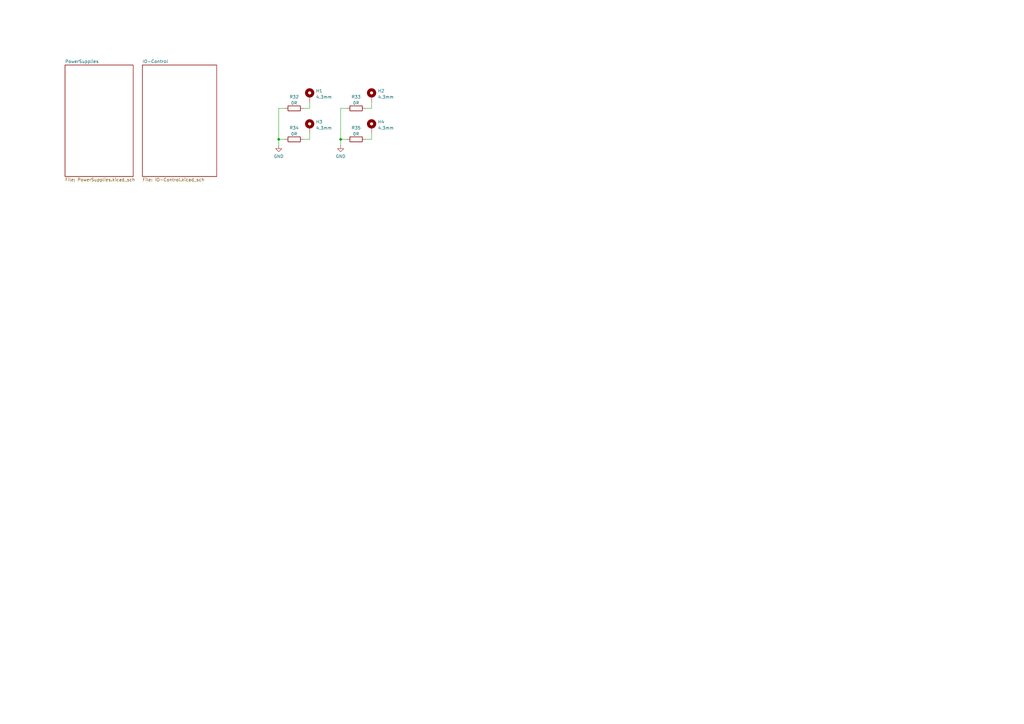
<source format=kicad_sch>
(kicad_sch (version 20211123) (generator eeschema)

  (uuid b98a5aa1-94e3-4001-b66b-9a304ea9a367)

  (paper "A3")

  (title_block
    (title "Sunrise Lamp LED driver")
    (date "2022-10-30")
    (rev "Mk1")
    (company "B E Searle")
    (comment 1 "Top page")
  )

  (lib_symbols
    (symbol "Device:R" (pin_numbers hide) (pin_names (offset 0)) (in_bom yes) (on_board yes)
      (property "Reference" "R" (id 0) (at 2.032 0 90)
        (effects (font (size 1.27 1.27)))
      )
      (property "Value" "R" (id 1) (at 0 0 90)
        (effects (font (size 1.27 1.27)))
      )
      (property "Footprint" "" (id 2) (at -1.778 0 90)
        (effects (font (size 1.27 1.27)) hide)
      )
      (property "Datasheet" "~" (id 3) (at 0 0 0)
        (effects (font (size 1.27 1.27)) hide)
      )
      (property "ki_keywords" "R res resistor" (id 4) (at 0 0 0)
        (effects (font (size 1.27 1.27)) hide)
      )
      (property "ki_description" "Resistor" (id 5) (at 0 0 0)
        (effects (font (size 1.27 1.27)) hide)
      )
      (property "ki_fp_filters" "R_*" (id 6) (at 0 0 0)
        (effects (font (size 1.27 1.27)) hide)
      )
      (symbol "R_0_1"
        (rectangle (start -1.016 -2.54) (end 1.016 2.54)
          (stroke (width 0.254) (type default) (color 0 0 0 0))
          (fill (type none))
        )
      )
      (symbol "R_1_1"
        (pin passive line (at 0 3.81 270) (length 1.27)
          (name "~" (effects (font (size 1.27 1.27))))
          (number "1" (effects (font (size 1.27 1.27))))
        )
        (pin passive line (at 0 -3.81 90) (length 1.27)
          (name "~" (effects (font (size 1.27 1.27))))
          (number "2" (effects (font (size 1.27 1.27))))
        )
      )
    )
    (symbol "Mechanical:MountingHole_Pad" (pin_numbers hide) (pin_names (offset 1.016) hide) (in_bom yes) (on_board yes)
      (property "Reference" "H" (id 0) (at 0 6.35 0)
        (effects (font (size 1.27 1.27)))
      )
      (property "Value" "MountingHole_Pad" (id 1) (at 0 4.445 0)
        (effects (font (size 1.27 1.27)))
      )
      (property "Footprint" "" (id 2) (at 0 0 0)
        (effects (font (size 1.27 1.27)) hide)
      )
      (property "Datasheet" "~" (id 3) (at 0 0 0)
        (effects (font (size 1.27 1.27)) hide)
      )
      (property "ki_keywords" "mounting hole" (id 4) (at 0 0 0)
        (effects (font (size 1.27 1.27)) hide)
      )
      (property "ki_description" "Mounting Hole with connection" (id 5) (at 0 0 0)
        (effects (font (size 1.27 1.27)) hide)
      )
      (property "ki_fp_filters" "MountingHole*Pad*" (id 6) (at 0 0 0)
        (effects (font (size 1.27 1.27)) hide)
      )
      (symbol "MountingHole_Pad_0_1"
        (circle (center 0 1.27) (radius 1.27)
          (stroke (width 1.27) (type default) (color 0 0 0 0))
          (fill (type none))
        )
      )
      (symbol "MountingHole_Pad_1_1"
        (pin input line (at 0 -2.54 90) (length 2.54)
          (name "1" (effects (font (size 1.27 1.27))))
          (number "1" (effects (font (size 1.27 1.27))))
        )
      )
    )
    (symbol "power:GND" (power) (pin_names (offset 0)) (in_bom yes) (on_board yes)
      (property "Reference" "#PWR" (id 0) (at 0 -6.35 0)
        (effects (font (size 1.27 1.27)) hide)
      )
      (property "Value" "GND" (id 1) (at 0 -3.81 0)
        (effects (font (size 1.27 1.27)))
      )
      (property "Footprint" "" (id 2) (at 0 0 0)
        (effects (font (size 1.27 1.27)) hide)
      )
      (property "Datasheet" "" (id 3) (at 0 0 0)
        (effects (font (size 1.27 1.27)) hide)
      )
      (property "ki_keywords" "power-flag" (id 4) (at 0 0 0)
        (effects (font (size 1.27 1.27)) hide)
      )
      (property "ki_description" "Power symbol creates a global label with name \"GND\" , ground" (id 5) (at 0 0 0)
        (effects (font (size 1.27 1.27)) hide)
      )
      (symbol "GND_0_1"
        (polyline
          (pts
            (xy 0 0)
            (xy 0 -1.27)
            (xy 1.27 -1.27)
            (xy 0 -2.54)
            (xy -1.27 -1.27)
            (xy 0 -1.27)
          )
          (stroke (width 0) (type default) (color 0 0 0 0))
          (fill (type none))
        )
      )
      (symbol "GND_1_1"
        (pin power_in line (at 0 0 270) (length 0) hide
          (name "GND" (effects (font (size 1.27 1.27))))
          (number "1" (effects (font (size 1.27 1.27))))
        )
      )
    )
  )

  (junction (at 139.7 57.15) (diameter 0) (color 0 0 0 0)
    (uuid 90bf0ded-0a4f-45d1-b1e9-b550dd84051b)
  )
  (junction (at 114.3 57.15) (diameter 0) (color 0 0 0 0)
    (uuid e8f33a76-3c61-43f3-86df-9e3e888568e7)
  )

  (wire (pts (xy 127 44.45) (xy 124.46 44.45))
    (stroke (width 0) (type default) (color 0 0 0 0))
    (uuid 163b4f02-ce0e-491d-9e96-bb78a94d495b)
  )
  (wire (pts (xy 152.4 41.91) (xy 152.4 44.45))
    (stroke (width 0) (type default) (color 0 0 0 0))
    (uuid 2a84eef5-ef73-4c67-b97f-69c8cc05a448)
  )
  (wire (pts (xy 116.84 44.45) (xy 114.3 44.45))
    (stroke (width 0) (type default) (color 0 0 0 0))
    (uuid 4bf40757-215c-4154-97f6-13b92aafb51c)
  )
  (wire (pts (xy 127 54.61) (xy 127 57.15))
    (stroke (width 0) (type default) (color 0 0 0 0))
    (uuid 5d0a1142-2a49-4258-b191-bd3483b00a21)
  )
  (wire (pts (xy 139.7 44.45) (xy 139.7 57.15))
    (stroke (width 0) (type default) (color 0 0 0 0))
    (uuid 653ec85e-4004-415a-bafc-eda332142f15)
  )
  (wire (pts (xy 114.3 57.15) (xy 116.84 57.15))
    (stroke (width 0) (type default) (color 0 0 0 0))
    (uuid 684dffd4-436e-4d70-89d0-d5f8d3257a25)
  )
  (wire (pts (xy 127 57.15) (xy 124.46 57.15))
    (stroke (width 0) (type default) (color 0 0 0 0))
    (uuid 7838ec13-a1dc-4ebb-8a90-aada206acddb)
  )
  (wire (pts (xy 152.4 54.61) (xy 152.4 57.15))
    (stroke (width 0) (type default) (color 0 0 0 0))
    (uuid 7b2e200b-8c9a-409c-929d-fbc193f9f14a)
  )
  (wire (pts (xy 152.4 44.45) (xy 149.86 44.45))
    (stroke (width 0) (type default) (color 0 0 0 0))
    (uuid 90336976-175f-4c2b-9177-d4fcff97337f)
  )
  (wire (pts (xy 142.24 44.45) (xy 139.7 44.45))
    (stroke (width 0) (type default) (color 0 0 0 0))
    (uuid 91e75bee-e6f2-4e3b-bc45-485bfbc862ef)
  )
  (wire (pts (xy 152.4 57.15) (xy 149.86 57.15))
    (stroke (width 0) (type default) (color 0 0 0 0))
    (uuid a8df6d7b-4210-4d42-80e6-7e62aec9370e)
  )
  (wire (pts (xy 139.7 57.15) (xy 142.24 57.15))
    (stroke (width 0) (type default) (color 0 0 0 0))
    (uuid cee47086-699f-4d9e-921e-e076e47b9372)
  )
  (wire (pts (xy 114.3 57.15) (xy 114.3 59.69))
    (stroke (width 0) (type default) (color 0 0 0 0))
    (uuid d58e6512-d578-4428-b933-49971213aafb)
  )
  (wire (pts (xy 127 41.91) (xy 127 44.45))
    (stroke (width 0) (type default) (color 0 0 0 0))
    (uuid e340b0ec-6703-4de7-b640-60a71d5649cd)
  )
  (wire (pts (xy 139.7 57.15) (xy 139.7 59.69))
    (stroke (width 0) (type default) (color 0 0 0 0))
    (uuid e73c5c4e-46b5-45c6-a451-268d4e231d4b)
  )
  (wire (pts (xy 114.3 44.45) (xy 114.3 57.15))
    (stroke (width 0) (type default) (color 0 0 0 0))
    (uuid fd1953ec-65e6-420d-ab5c-9d7fa82aab97)
  )

  (symbol (lib_id "power:GND") (at 139.7 59.69 0) (unit 1)
    (in_bom yes) (on_board yes) (fields_autoplaced)
    (uuid 13f668c9-d418-463b-96c8-5b981db2320d)
    (property "Reference" "#PWR050" (id 0) (at 139.7 66.04 0)
      (effects (font (size 1.27 1.27)) hide)
    )
    (property "Value" "GND" (id 1) (at 139.7 64.1334 0))
    (property "Footprint" "" (id 2) (at 139.7 59.69 0)
      (effects (font (size 1.27 1.27)) hide)
    )
    (property "Datasheet" "" (id 3) (at 139.7 59.69 0)
      (effects (font (size 1.27 1.27)) hide)
    )
    (pin "1" (uuid 0555c0d2-a2c7-41c9-9cc3-4e157702f013))
  )

  (symbol (lib_id "Device:R") (at 146.05 57.15 90) (unit 1)
    (in_bom yes) (on_board yes) (fields_autoplaced)
    (uuid 18f33c15-2d89-4304-9c8f-98c3582bdb83)
    (property "Reference" "R35" (id 0) (at 146.05 52.4342 90))
    (property "Value" "0R" (id 1) (at 146.05 54.9711 90))
    (property "Footprint" "Resistor_SMD:R_0805_2012Metric_Pad1.20x1.40mm_HandSolder" (id 2) (at 146.05 58.928 90)
      (effects (font (size 1.27 1.27)) hide)
    )
    (property "Datasheet" "~" (id 3) (at 146.05 57.15 0)
      (effects (font (size 1.27 1.27)) hide)
    )
    (pin "1" (uuid 8dae7557-8452-4051-b181-047b82396f91))
    (pin "2" (uuid 91afc1bb-fff5-4a41-a20a-11e52b52ab07))
  )

  (symbol (lib_id "Device:R") (at 120.65 57.15 90) (unit 1)
    (in_bom yes) (on_board yes) (fields_autoplaced)
    (uuid 4288864c-95f9-4060-ba3d-a43ed8f9bc55)
    (property "Reference" "R34" (id 0) (at 120.65 52.4342 90))
    (property "Value" "0R" (id 1) (at 120.65 54.9711 90))
    (property "Footprint" "Resistor_SMD:R_0805_2012Metric_Pad1.20x1.40mm_HandSolder" (id 2) (at 120.65 58.928 90)
      (effects (font (size 1.27 1.27)) hide)
    )
    (property "Datasheet" "~" (id 3) (at 120.65 57.15 0)
      (effects (font (size 1.27 1.27)) hide)
    )
    (pin "1" (uuid bbbee08a-face-44f9-8067-ea4352ae3ac7))
    (pin "2" (uuid 28812fda-e63a-4d05-8523-c525b1073492))
  )

  (symbol (lib_id "Device:R") (at 146.05 44.45 90) (unit 1)
    (in_bom yes) (on_board yes) (fields_autoplaced)
    (uuid 58a223ac-1dd4-46cf-a57f-114fdc5994a2)
    (property "Reference" "R33" (id 0) (at 146.05 39.7342 90))
    (property "Value" "0R" (id 1) (at 146.05 42.2711 90))
    (property "Footprint" "Resistor_SMD:R_0805_2012Metric_Pad1.20x1.40mm_HandSolder" (id 2) (at 146.05 46.228 90)
      (effects (font (size 1.27 1.27)) hide)
    )
    (property "Datasheet" "~" (id 3) (at 146.05 44.45 0)
      (effects (font (size 1.27 1.27)) hide)
    )
    (pin "1" (uuid 990ef446-8a1d-4c1f-b112-ebf09706cc51))
    (pin "2" (uuid 86485391-7129-427d-9413-ae6407a731ce))
  )

  (symbol (lib_id "Mechanical:MountingHole_Pad") (at 127 39.37 0) (unit 1)
    (in_bom yes) (on_board yes) (fields_autoplaced)
    (uuid 747a6a4c-4641-4b0c-9c0e-f5fe21c8d40b)
    (property "Reference" "H1" (id 0) (at 129.54 37.2653 0)
      (effects (font (size 1.27 1.27)) (justify left))
    )
    (property "Value" "4.3mm" (id 1) (at 129.54 39.8022 0)
      (effects (font (size 1.27 1.27)) (justify left))
    )
    (property "Footprint" "MountingHole:MountingHole_4.3mm_M4_DIN965_Pad_TopBottom" (id 2) (at 127 39.37 0)
      (effects (font (size 1.27 1.27)) hide)
    )
    (property "Datasheet" "~" (id 3) (at 127 39.37 0)
      (effects (font (size 1.27 1.27)) hide)
    )
    (pin "1" (uuid e5652988-4db7-41d4-a1b5-418952396cad))
  )

  (symbol (lib_id "Mechanical:MountingHole_Pad") (at 152.4 39.37 0) (unit 1)
    (in_bom yes) (on_board yes) (fields_autoplaced)
    (uuid 7f95c579-d237-4fa1-8a9e-ba68db08071f)
    (property "Reference" "H2" (id 0) (at 154.94 37.2653 0)
      (effects (font (size 1.27 1.27)) (justify left))
    )
    (property "Value" "4.3mm" (id 1) (at 154.94 39.8022 0)
      (effects (font (size 1.27 1.27)) (justify left))
    )
    (property "Footprint" "MountingHole:MountingHole_4.3mm_M4_DIN965_Pad_TopBottom" (id 2) (at 152.4 39.37 0)
      (effects (font (size 1.27 1.27)) hide)
    )
    (property "Datasheet" "~" (id 3) (at 152.4 39.37 0)
      (effects (font (size 1.27 1.27)) hide)
    )
    (pin "1" (uuid 127cf2fa-1812-461a-a187-dfb7e967cba1))
  )

  (symbol (lib_id "power:GND") (at 114.3 59.69 0) (unit 1)
    (in_bom yes) (on_board yes) (fields_autoplaced)
    (uuid 8b8b239c-fac6-4609-aed2-03f7635b421f)
    (property "Reference" "#PWR049" (id 0) (at 114.3 66.04 0)
      (effects (font (size 1.27 1.27)) hide)
    )
    (property "Value" "GND" (id 1) (at 114.3 64.1334 0))
    (property "Footprint" "" (id 2) (at 114.3 59.69 0)
      (effects (font (size 1.27 1.27)) hide)
    )
    (property "Datasheet" "" (id 3) (at 114.3 59.69 0)
      (effects (font (size 1.27 1.27)) hide)
    )
    (pin "1" (uuid 8f64c385-bb9a-4fa5-8de4-2aef346c27bd))
  )

  (symbol (lib_id "Mechanical:MountingHole_Pad") (at 127 52.07 0) (unit 1)
    (in_bom yes) (on_board yes) (fields_autoplaced)
    (uuid a4df01e5-0b1d-453f-be97-b17ad57cec52)
    (property "Reference" "H3" (id 0) (at 129.54 49.9653 0)
      (effects (font (size 1.27 1.27)) (justify left))
    )
    (property "Value" "4.3mm" (id 1) (at 129.54 52.5022 0)
      (effects (font (size 1.27 1.27)) (justify left))
    )
    (property "Footprint" "MountingHole:MountingHole_4.3mm_M4_DIN965_Pad_TopBottom" (id 2) (at 127 52.07 0)
      (effects (font (size 1.27 1.27)) hide)
    )
    (property "Datasheet" "~" (id 3) (at 127 52.07 0)
      (effects (font (size 1.27 1.27)) hide)
    )
    (pin "1" (uuid 54c02c6e-08e9-4cac-8782-2fc19970f7f1))
  )

  (symbol (lib_id "Mechanical:MountingHole_Pad") (at 152.4 52.07 0) (unit 1)
    (in_bom yes) (on_board yes) (fields_autoplaced)
    (uuid b7f5cc50-1a61-4713-873e-251ce2f1c6c0)
    (property "Reference" "H4" (id 0) (at 154.94 49.9653 0)
      (effects (font (size 1.27 1.27)) (justify left))
    )
    (property "Value" "4.3mm" (id 1) (at 154.94 52.5022 0)
      (effects (font (size 1.27 1.27)) (justify left))
    )
    (property "Footprint" "MountingHole:MountingHole_4.3mm_M4_DIN965_Pad_TopBottom" (id 2) (at 152.4 52.07 0)
      (effects (font (size 1.27 1.27)) hide)
    )
    (property "Datasheet" "~" (id 3) (at 152.4 52.07 0)
      (effects (font (size 1.27 1.27)) hide)
    )
    (pin "1" (uuid 8a3d1023-75ff-448f-a376-eb243d587394))
  )

  (symbol (lib_id "Device:R") (at 120.65 44.45 90) (unit 1)
    (in_bom yes) (on_board yes) (fields_autoplaced)
    (uuid d8e58d68-d937-4310-a69c-8cb494e93616)
    (property "Reference" "R32" (id 0) (at 120.65 39.7342 90))
    (property "Value" "0R" (id 1) (at 120.65 42.2711 90))
    (property "Footprint" "Resistor_SMD:R_0805_2012Metric_Pad1.20x1.40mm_HandSolder" (id 2) (at 120.65 46.228 90)
      (effects (font (size 1.27 1.27)) hide)
    )
    (property "Datasheet" "~" (id 3) (at 120.65 44.45 0)
      (effects (font (size 1.27 1.27)) hide)
    )
    (pin "1" (uuid 5f288793-c60e-49a2-b9e2-28022d85963a))
    (pin "2" (uuid 96e4d00b-b508-443b-8852-96ec6d97795d))
  )

  (sheet (at 26.67 26.67) (size 27.94 45.72) (fields_autoplaced)
    (stroke (width 0.1524) (type solid) (color 0 0 0 0))
    (fill (color 0 0 0 0.0000))
    (uuid 7af2029e-2b92-4284-9c35-cc656514173c)
    (property "Sheet name" "PowerSupplies" (id 0) (at 26.67 25.9584 0)
      (effects (font (size 1.27 1.27)) (justify left bottom))
    )
    (property "Sheet file" "PowerSupplies.kicad_sch" (id 1) (at 26.67 72.9746 0)
      (effects (font (size 1.27 1.27)) (justify left top))
    )
  )

  (sheet (at 58.42 26.67) (size 30.48 45.72) (fields_autoplaced)
    (stroke (width 0.1524) (type solid) (color 0 0 0 0))
    (fill (color 0 0 0 0.0000))
    (uuid e03b0f56-1755-48ae-848f-a899b33ab61d)
    (property "Sheet name" "IO-Control" (id 0) (at 58.42 25.9584 0)
      (effects (font (size 1.27 1.27)) (justify left bottom))
    )
    (property "Sheet file" "IO-Control.kicad_sch" (id 1) (at 58.42 72.9746 0)
      (effects (font (size 1.27 1.27)) (justify left top))
    )
  )

  (sheet_instances
    (path "/" (page "1"))
    (path "/7af2029e-2b92-4284-9c35-cc656514173c" (page "2"))
    (path "/e03b0f56-1755-48ae-848f-a899b33ab61d" (page "3"))
  )

  (symbol_instances
    (path "/7af2029e-2b92-4284-9c35-cc656514173c/d3fc8ebc-ddea-49d9-98bf-118a78b7bdfa"
      (reference "#FLG0101") (unit 1) (value "PWR_FLAG") (footprint "")
    )
    (path "/7af2029e-2b92-4284-9c35-cc656514173c/036e36b7-b3b2-4901-b013-b40858f0e6fd"
      (reference "#FLG0102") (unit 1) (value "PWR_FLAG") (footprint "")
    )
    (path "/7af2029e-2b92-4284-9c35-cc656514173c/3d077724-8e04-484e-aa89-9824117d4cf6"
      (reference "#FLG0104") (unit 1) (value "PWR_FLAG") (footprint "")
    )
    (path "/7af2029e-2b92-4284-9c35-cc656514173c/61f44d10-779b-499d-85ea-09513d77238f"
      (reference "#FLG0105") (unit 1) (value "PWR_FLAG") (footprint "")
    )
    (path "/7af2029e-2b92-4284-9c35-cc656514173c/0dcaf1ec-961f-4ded-9faa-b6fe2f733602"
      (reference "#PWR01") (unit 1) (value "+36V") (footprint "")
    )
    (path "/7af2029e-2b92-4284-9c35-cc656514173c/569b6fe6-7b1d-4668-9f0d-f7fef44a443e"
      (reference "#PWR02") (unit 1) (value "+36V") (footprint "")
    )
    (path "/7af2029e-2b92-4284-9c35-cc656514173c/2ac24e4c-3f62-43e3-b971-0a3a22eb0419"
      (reference "#PWR03") (unit 1) (value "GND") (footprint "")
    )
    (path "/7af2029e-2b92-4284-9c35-cc656514173c/e1062bb1-aa52-4daf-89d6-1efa1745cd76"
      (reference "#PWR04") (unit 1) (value "GND") (footprint "")
    )
    (path "/7af2029e-2b92-4284-9c35-cc656514173c/4c90ebe5-93b6-420b-b1dc-c12cc22d9032"
      (reference "#PWR05") (unit 1) (value "+36V") (footprint "")
    )
    (path "/7af2029e-2b92-4284-9c35-cc656514173c/5841138f-45b5-44f1-8a37-3c7876e2034c"
      (reference "#PWR06") (unit 1) (value "+12V") (footprint "")
    )
    (path "/7af2029e-2b92-4284-9c35-cc656514173c/8d4d912b-2e76-4f40-bfb3-722aac4f0cfd"
      (reference "#PWR07") (unit 1) (value "GND") (footprint "")
    )
    (path "/7af2029e-2b92-4284-9c35-cc656514173c/ae7e2080-69d2-4319-8a1e-191dd560f7c4"
      (reference "#PWR08") (unit 1) (value "+36V") (footprint "")
    )
    (path "/7af2029e-2b92-4284-9c35-cc656514173c/ffd3e603-745e-42af-959a-7e50314e66ea"
      (reference "#PWR09") (unit 1) (value "GND") (footprint "")
    )
    (path "/7af2029e-2b92-4284-9c35-cc656514173c/4ee90e5b-e384-48c4-ac78-a19a749a8e27"
      (reference "#PWR010") (unit 1) (value "GND") (footprint "")
    )
    (path "/7af2029e-2b92-4284-9c35-cc656514173c/cde37a39-f15e-4ad1-a32a-6193784bcd5a"
      (reference "#PWR011") (unit 1) (value "GND") (footprint "")
    )
    (path "/7af2029e-2b92-4284-9c35-cc656514173c/cae9f394-d509-45ad-a165-834d63dce8b7"
      (reference "#PWR012") (unit 1) (value "+12V") (footprint "")
    )
    (path "/7af2029e-2b92-4284-9c35-cc656514173c/0e4149d8-42d0-4fbe-adbe-eafc31ac8a00"
      (reference "#PWR013") (unit 1) (value "+36V") (footprint "")
    )
    (path "/7af2029e-2b92-4284-9c35-cc656514173c/733d4d89-5863-430a-b3f1-0087b8016f4e"
      (reference "#PWR014") (unit 1) (value "+5V") (footprint "")
    )
    (path "/7af2029e-2b92-4284-9c35-cc656514173c/b34c095e-0a33-4dc4-a957-421ea1d68830"
      (reference "#PWR015") (unit 1) (value "GND") (footprint "")
    )
    (path "/7af2029e-2b92-4284-9c35-cc656514173c/a7efef89-bd23-4d40-8d32-7eb4c36326e3"
      (reference "#PWR016") (unit 1) (value "GND") (footprint "")
    )
    (path "/7af2029e-2b92-4284-9c35-cc656514173c/9841c2b9-2c46-41fc-8c24-122fa5d20f4a"
      (reference "#PWR017") (unit 1) (value "GND") (footprint "")
    )
    (path "/7af2029e-2b92-4284-9c35-cc656514173c/2f8f2fb7-7777-4365-9a17-b26761313dc5"
      (reference "#PWR018") (unit 1) (value "GND") (footprint "")
    )
    (path "/7af2029e-2b92-4284-9c35-cc656514173c/c3ef611d-38a4-4807-83cc-acae9ccdcc9b"
      (reference "#PWR019") (unit 1) (value "GND") (footprint "")
    )
    (path "/7af2029e-2b92-4284-9c35-cc656514173c/c58e8a3b-4e09-43b3-ae37-a0babce2fdd4"
      (reference "#PWR020") (unit 1) (value "+5V") (footprint "")
    )
    (path "/7af2029e-2b92-4284-9c35-cc656514173c/be2d597d-89ce-40f4-9140-a947d371c7bd"
      (reference "#PWR021") (unit 1) (value "+3V3") (footprint "")
    )
    (path "/7af2029e-2b92-4284-9c35-cc656514173c/e8c494c7-5b04-4d94-ad62-e44760451dcd"
      (reference "#PWR022") (unit 1) (value "GND") (footprint "")
    )
    (path "/7af2029e-2b92-4284-9c35-cc656514173c/6b865391-42f9-495b-ab77-3a0b5f3e12ad"
      (reference "#PWR023") (unit 1) (value "+36V") (footprint "")
    )
    (path "/e03b0f56-1755-48ae-848f-a899b33ab61d/57d8cc79-cf18-4d5a-bc87-7a45d0cac6b3"
      (reference "#PWR024") (unit 1) (value "+5V") (footprint "")
    )
    (path "/e03b0f56-1755-48ae-848f-a899b33ab61d/af281593-7a3d-4a4e-a7d8-76970ec0fa03"
      (reference "#PWR025") (unit 1) (value "GND") (footprint "")
    )
    (path "/e03b0f56-1755-48ae-848f-a899b33ab61d/4e5be6ef-fa7c-47f5-a641-4a07fd38793d"
      (reference "#PWR026") (unit 1) (value "+3V3") (footprint "")
    )
    (path "/e03b0f56-1755-48ae-848f-a899b33ab61d/b6642143-74eb-443e-9bce-b9ad9b2f99a5"
      (reference "#PWR027") (unit 1) (value "+3V3") (footprint "")
    )
    (path "/e03b0f56-1755-48ae-848f-a899b33ab61d/cb82d10c-44cc-48b9-b88e-28c1d88c4906"
      (reference "#PWR028") (unit 1) (value "GND") (footprint "")
    )
    (path "/e03b0f56-1755-48ae-848f-a899b33ab61d/82d5ba15-5580-4e95-80c9-f5c47fedf3d5"
      (reference "#PWR029") (unit 1) (value "GND") (footprint "")
    )
    (path "/e03b0f56-1755-48ae-848f-a899b33ab61d/bea7e762-8e02-4308-8632-b5aae464fbe4"
      (reference "#PWR030") (unit 1) (value "+3V3") (footprint "")
    )
    (path "/e03b0f56-1755-48ae-848f-a899b33ab61d/988d2ac8-3b3e-4ab0-b6b1-441892025546"
      (reference "#PWR031") (unit 1) (value "GND") (footprint "")
    )
    (path "/e03b0f56-1755-48ae-848f-a899b33ab61d/327ed664-c85e-4506-a514-446c945746b7"
      (reference "#PWR032") (unit 1) (value "+3V3") (footprint "")
    )
    (path "/e03b0f56-1755-48ae-848f-a899b33ab61d/c7a96c1a-8657-4486-ad68-c5ba9977a9ba"
      (reference "#PWR033") (unit 1) (value "GND") (footprint "")
    )
    (path "/e03b0f56-1755-48ae-848f-a899b33ab61d/bff56bfe-be06-476e-8800-885529287f71"
      (reference "#PWR034") (unit 1) (value "GND") (footprint "")
    )
    (path "/e03b0f56-1755-48ae-848f-a899b33ab61d/318c8c4e-52b1-459e-a51b-015855650c6d"
      (reference "#PWR035") (unit 1) (value "+3V3") (footprint "")
    )
    (path "/e03b0f56-1755-48ae-848f-a899b33ab61d/8e304e8a-fcf5-4588-b317-523f2265faea"
      (reference "#PWR036") (unit 1) (value "GND") (footprint "")
    )
    (path "/e03b0f56-1755-48ae-848f-a899b33ab61d/cf17ebe9-c2e6-40d4-9f90-bac1f12ad709"
      (reference "#PWR037") (unit 1) (value "GND") (footprint "")
    )
    (path "/e03b0f56-1755-48ae-848f-a899b33ab61d/498fd029-ca17-43e5-9f70-8406e87d3160"
      (reference "#PWR038") (unit 1) (value "GND") (footprint "")
    )
    (path "/e03b0f56-1755-48ae-848f-a899b33ab61d/e58e2829-a416-43eb-849c-6992cd49204e"
      (reference "#PWR039") (unit 1) (value "+3V3") (footprint "")
    )
    (path "/e03b0f56-1755-48ae-848f-a899b33ab61d/7e3ea859-d772-457f-bae7-644737470f96"
      (reference "#PWR040") (unit 1) (value "+5V") (footprint "")
    )
    (path "/e03b0f56-1755-48ae-848f-a899b33ab61d/35fac25e-1090-46ef-9d35-687c6bb1040d"
      (reference "#PWR041") (unit 1) (value "+12V") (footprint "")
    )
    (path "/e03b0f56-1755-48ae-848f-a899b33ab61d/75c7043a-8df4-4739-b9fa-daa4b179dfa6"
      (reference "#PWR042") (unit 1) (value "GND") (footprint "")
    )
    (path "/e03b0f56-1755-48ae-848f-a899b33ab61d/2aa4c161-8222-4ed5-9fab-7b8fafdb453b"
      (reference "#PWR043") (unit 1) (value "+5V") (footprint "")
    )
    (path "/e03b0f56-1755-48ae-848f-a899b33ab61d/2f1650cf-16e3-459b-8a90-aec3b3367447"
      (reference "#PWR044") (unit 1) (value "GND") (footprint "")
    )
    (path "/e03b0f56-1755-48ae-848f-a899b33ab61d/e6c17b5d-75ac-4b8e-8351-ef6aba133410"
      (reference "#PWR045") (unit 1) (value "+3V3") (footprint "")
    )
    (path "/e03b0f56-1755-48ae-848f-a899b33ab61d/3740c244-f772-4667-a4c2-a496d5d73fe3"
      (reference "#PWR046") (unit 1) (value "GND") (footprint "")
    )
    (path "/e03b0f56-1755-48ae-848f-a899b33ab61d/793faf42-389e-47cd-b719-f26368687b41"
      (reference "#PWR047") (unit 1) (value "+12V") (footprint "")
    )
    (path "/e03b0f56-1755-48ae-848f-a899b33ab61d/9174bbca-846b-4666-bdf0-20be922053b2"
      (reference "#PWR048") (unit 1) (value "GND") (footprint "")
    )
    (path "/8b8b239c-fac6-4609-aed2-03f7635b421f"
      (reference "#PWR049") (unit 1) (value "GND") (footprint "")
    )
    (path "/13f668c9-d418-463b-96c8-5b981db2320d"
      (reference "#PWR050") (unit 1) (value "GND") (footprint "")
    )
    (path "/7af2029e-2b92-4284-9c35-cc656514173c/5e63b868-252d-4750-aa33-b9a59444f4ac"
      (reference "C1") (unit 1) (value "2u2 100V") (footprint "Capacitor_SMD:CP_Elec_6.3x5.4")
    )
    (path "/7af2029e-2b92-4284-9c35-cc656514173c/6573ed32-03a1-4863-87c5-2ea4ac5598c0"
      (reference "C2") (unit 1) (value "1u 16V") (footprint "Capacitor_SMD:C_0805_2012Metric_Pad1.18x1.45mm_HandSolder")
    )
    (path "/7af2029e-2b92-4284-9c35-cc656514173c/25741a8f-2e03-4f47-91b8-c864a2525fb3"
      (reference "C3") (unit 1) (value "10nF 50V") (footprint "Capacitor_SMD:C_0805_2012Metric_Pad1.18x1.45mm_HandSolder")
    )
    (path "/7af2029e-2b92-4284-9c35-cc656514173c/ef9ab9de-65de-453b-92d1-8911d65e0733"
      (reference "C4") (unit 1) (value "4u7 100V") (footprint "Capacitor_SMD:C_1210_3225Metric")
    )
    (path "/7af2029e-2b92-4284-9c35-cc656514173c/bf4a3c99-c49b-4fa8-ae2d-92b2a6198baf"
      (reference "C5") (unit 1) (value "10u 25V") (footprint "Capacitor_SMD:C_0805_2012Metric_Pad1.18x1.45mm_HandSolder")
    )
    (path "/7af2029e-2b92-4284-9c35-cc656514173c/869d26d1-c8b0-4dd2-b8eb-baa7bdfa6dc6"
      (reference "C6") (unit 1) (value "47u 25V") (footprint "Capacitor_SMD:CP_Elec_6.3x5.4")
    )
    (path "/7af2029e-2b92-4284-9c35-cc656514173c/ef739c4f-87e5-4e81-b796-4843e8c1db8a"
      (reference "C7") (unit 1) (value "2u2 100V") (footprint "Capacitor_SMD:CP_Elec_6.3x5.4")
    )
    (path "/7af2029e-2b92-4284-9c35-cc656514173c/e39de7f0-183c-4321-bd1b-931602ed44c0"
      (reference "C8") (unit 1) (value "1u 16V") (footprint "Capacitor_SMD:C_0805_2012Metric_Pad1.18x1.45mm_HandSolder")
    )
    (path "/7af2029e-2b92-4284-9c35-cc656514173c/8e0a36e1-842b-47c7-9b2d-d8585ffa64e3"
      (reference "C9") (unit 1) (value "10nF 50V") (footprint "Capacitor_SMD:C_0805_2012Metric_Pad1.18x1.45mm_HandSolder")
    )
    (path "/7af2029e-2b92-4284-9c35-cc656514173c/b0a153b1-34d6-4d1f-abcb-17b8b3c830a2"
      (reference "C10") (unit 1) (value "2u2 100V") (footprint "Capacitor_SMD:CP_Elec_6.3x5.4")
    )
    (path "/7af2029e-2b92-4284-9c35-cc656514173c/4a2b5cd4-5349-4db9-bad8-5838bfe646c9"
      (reference "C11") (unit 1) (value "4u7 100V") (footprint "Capacitor_SMD:C_1210_3225Metric")
    )
    (path "/7af2029e-2b92-4284-9c35-cc656514173c/ba3bb3ff-9a2f-4de5-ba97-3a9491ea9505"
      (reference "C12") (unit 1) (value "10u 25V") (footprint "Capacitor_SMD:C_0805_2012Metric_Pad1.18x1.45mm_HandSolder")
    )
    (path "/7af2029e-2b92-4284-9c35-cc656514173c/e3702c0a-ddd4-4e34-9b78-bb5fd19df1ea"
      (reference "C13") (unit 1) (value "47u 25V") (footprint "Capacitor_SMD:CP_Elec_6.3x5.4")
    )
    (path "/7af2029e-2b92-4284-9c35-cc656514173c/68e93e90-6c9f-4df4-a152-689b3093e61f"
      (reference "C14") (unit 1) (value "1u 16V") (footprint "Capacitor_SMD:C_0805_2012Metric_Pad1.18x1.45mm_HandSolder")
    )
    (path "/7af2029e-2b92-4284-9c35-cc656514173c/7832657c-8764-4244-8e41-5f462d923005"
      (reference "C15") (unit 1) (value "1u 16V") (footprint "Capacitor_SMD:C_0805_2012Metric_Pad1.18x1.45mm_HandSolder")
    )
    (path "/7af2029e-2b92-4284-9c35-cc656514173c/a6c94740-a392-429f-b759-1b9a92672110"
      (reference "C16") (unit 1) (value "2u2 100V") (footprint "Capacitor_SMD:CP_Elec_6.3x5.4")
    )
    (path "/7af2029e-2b92-4284-9c35-cc656514173c/51e17856-b91f-4e53-a204-90c876f5324c"
      (reference "C17") (unit 1) (value "22u TANT") (footprint "Capacitor_Tantalum_SMD:CP_EIA-3528-15_AVX-H")
    )
    (path "/e03b0f56-1755-48ae-848f-a899b33ab61d/45fe77cf-9d8a-415b-b070-aff70ae889dd"
      (reference "C18") (unit 1) (value "22p") (footprint "Capacitor_SMD:C_0805_2012Metric_Pad1.18x1.45mm_HandSolder")
    )
    (path "/e03b0f56-1755-48ae-848f-a899b33ab61d/097c2bc4-7f68-4285-8115-2541bd00c9ac"
      (reference "C19") (unit 1) (value "22p") (footprint "Capacitor_SMD:C_0805_2012Metric_Pad1.18x1.45mm_HandSolder")
    )
    (path "/e03b0f56-1755-48ae-848f-a899b33ab61d/6b7621fe-1563-414a-8b61-fe85a98caf35"
      (reference "C20") (unit 1) (value "100n") (footprint "Capacitor_SMD:C_0805_2012Metric_Pad1.18x1.45mm_HandSolder")
    )
    (path "/e03b0f56-1755-48ae-848f-a899b33ab61d/f0263579-5757-4dad-93d5-5c033bb2cf16"
      (reference "C21") (unit 1) (value "1u") (footprint "Capacitor_SMD:C_0805_2012Metric_Pad1.18x1.45mm_HandSolder")
    )
    (path "/e03b0f56-1755-48ae-848f-a899b33ab61d/14243164-6742-4c4d-a84b-d94b15176036"
      (reference "C22") (unit 1) (value "100n") (footprint "Capacitor_SMD:C_0805_2012Metric_Pad1.18x1.45mm_HandSolder")
    )
    (path "/e03b0f56-1755-48ae-848f-a899b33ab61d/a5200380-3be1-4c33-bb98-b79e95a34250"
      (reference "C23") (unit 1) (value "22u") (footprint "Capacitor_SMD:C_0805_2012Metric_Pad1.18x1.45mm_HandSolder")
    )
    (path "/e03b0f56-1755-48ae-848f-a899b33ab61d/6337aece-0051-41a8-8ee7-205a1af57701"
      (reference "C24") (unit 1) (value "100n") (footprint "Capacitor_SMD:C_0805_2012Metric_Pad1.18x1.45mm_HandSolder")
    )
    (path "/e03b0f56-1755-48ae-848f-a899b33ab61d/b4d1fcae-94b6-4a83-a55d-92ffd35eb875"
      (reference "C25") (unit 1) (value "100n") (footprint "Capacitor_SMD:C_0805_2012Metric_Pad1.18x1.45mm_HandSolder")
    )
    (path "/e03b0f56-1755-48ae-848f-a899b33ab61d/a835ba49-d8b6-4c6a-8371-231edc3b3e7d"
      (reference "C26") (unit 1) (value "10u 25V") (footprint "Capacitor_SMD:C_0805_2012Metric_Pad1.18x1.45mm_HandSolder")
    )
    (path "/e03b0f56-1755-48ae-848f-a899b33ab61d/299fe586-9b0a-453b-94ac-febdffec79db"
      (reference "C27") (unit 1) (value "100n") (footprint "Capacitor_SMD:C_0805_2012Metric_Pad1.18x1.45mm_HandSolder")
    )
    (path "/e03b0f56-1755-48ae-848f-a899b33ab61d/75ee2116-783d-458c-96cc-0dd75107d7c3"
      (reference "C28") (unit 1) (value "1u") (footprint "Capacitor_SMD:C_0805_2012Metric_Pad1.18x1.45mm_HandSolder")
    )
    (path "/7af2029e-2b92-4284-9c35-cc656514173c/792ac370-20cb-43e0-a961-d70fe7095dd8"
      (reference "D1") (unit 1) (value "SS310") (footprint "Diode_SMD:D_SMA_Handsoldering")
    )
    (path "/7af2029e-2b92-4284-9c35-cc656514173c/0036210c-00f4-4166-b741-600551aa9068"
      (reference "D2") (unit 1) (value "SS310") (footprint "Diode_SMD:D_SMA_Handsoldering")
    )
    (path "/7af2029e-2b92-4284-9c35-cc656514173c/b216ad16-521f-4f0d-ba53-19b52694bf50"
      (reference "D3") (unit 1) (value "SS310") (footprint "Diode_SMD:D_SMA_Handsoldering")
    )
    (path "/7af2029e-2b92-4284-9c35-cc656514173c/4b7c6ad2-a21a-428c-9a27-63de8f483bf9"
      (reference "D4") (unit 1) (value "SS310") (footprint "Diode_SMD:D_SMA_Handsoldering")
    )
    (path "/7af2029e-2b92-4284-9c35-cc656514173c/98e19b06-7e2a-47df-a059-001026eee905"
      (reference "D5") (unit 1) (value "SS34") (footprint "Diode_SMD:D_SMA_Handsoldering")
    )
    (path "/e03b0f56-1755-48ae-848f-a899b33ab61d/473a8c4d-c34e-4a64-9807-4ff2269ed547"
      (reference "D6") (unit 1) (value "SS34") (footprint "Diode_SMD:D_SMA_Handsoldering")
    )
    (path "/e03b0f56-1755-48ae-848f-a899b33ab61d/838b422d-137b-4ec5-940c-658dce18c3c4"
      (reference "D7") (unit 1) (value "GREEN") (footprint "LED_SMD:LED_0603_1608Metric_Pad1.05x0.95mm_HandSolder")
    )
    (path "/e03b0f56-1755-48ae-848f-a899b33ab61d/07c70060-fb28-408f-b3ec-2033dbf5f3a8"
      (reference "D8") (unit 1) (value "RED") (footprint "LED_SMD:LED_0603_1608Metric_Pad1.05x0.95mm_HandSolder")
    )
    (path "/e03b0f56-1755-48ae-848f-a899b33ab61d/2b4b60f8-bfbb-4fb0-9075-f29eb33cf477"
      (reference "F1") (unit 1) (value "0ZCJ0050FF2G") (footprint "Fuse:Fuse_1206_3216Metric_Pad1.42x1.75mm_HandSolder")
    )
    (path "/747a6a4c-4641-4b0c-9c0e-f5fe21c8d40b"
      (reference "H1") (unit 1) (value "4.3mm") (footprint "MountingHole:MountingHole_4.3mm_M4_DIN965_Pad_TopBottom")
    )
    (path "/7f95c579-d237-4fa1-8a9e-ba68db08071f"
      (reference "H2") (unit 1) (value "4.3mm") (footprint "MountingHole:MountingHole_4.3mm_M4_DIN965_Pad_TopBottom")
    )
    (path "/a4df01e5-0b1d-453f-be97-b17ad57cec52"
      (reference "H3") (unit 1) (value "4.3mm") (footprint "MountingHole:MountingHole_4.3mm_M4_DIN965_Pad_TopBottom")
    )
    (path "/b7f5cc50-1a61-4713-873e-251ce2f1c6c0"
      (reference "H4") (unit 1) (value "4.3mm") (footprint "MountingHole:MountingHole_4.3mm_M4_DIN965_Pad_TopBottom")
    )
    (path "/e03b0f56-1755-48ae-848f-a899b33ab61d/ea642d0d-898e-4e3f-9bea-9ac6b051dcbb"
      (reference "J1") (unit 1) (value "Molex 047053-1000") (footprint "Connector_Molex:Molex_KK-254_AE-6410-04A_1x04_P2.54mm_Vertical")
    )
    (path "/e03b0f56-1755-48ae-848f-a899b33ab61d/f644b1cb-9305-472d-9df2-701eccac9bfb"
      (reference "J2") (unit 1) (value "S3B-XH-A") (footprint "Connector_JST:JST_XH_S3B-XH-A-1_1x03_P2.50mm_Horizontal")
    )
    (path "/7af2029e-2b92-4284-9c35-cc656514173c/ecb680b0-e8a8-4eac-a1b3-9b317b6f69d6"
      (reference "J3") (unit 1) (value "Molex 26013114") (footprint "Connector_Molex:Molex_Mini-Fit_Jr_5569-02A2_2x01_P4.20mm_Horizontal")
    )
    (path "/7af2029e-2b92-4284-9c35-cc656514173c/14828e08-67cc-4111-ab74-390df006b759"
      (reference "J4") (unit 1) (value "Molex 26013114") (footprint "Connector_Molex:Molex_Mini-Fit_Jr_5569-02A2_2x01_P4.20mm_Horizontal")
    )
    (path "/7af2029e-2b92-4284-9c35-cc656514173c/269b3901-4985-48dd-bb36-3dfe77ba1464"
      (reference "J5") (unit 1) (value "Molex 26013114") (footprint "Connector_Molex:Molex_Mini-Fit_Jr_5569-02A2_2x01_P4.20mm_Horizontal")
    )
    (path "/7af2029e-2b92-4284-9c35-cc656514173c/320a7081-1e4d-4263-bdea-64b4b79b12ef"
      (reference "J6") (unit 1) (value "Molex 26013114") (footprint "Connector_Molex:Molex_Mini-Fit_Jr_5569-02A2_2x01_P4.20mm_Horizontal")
    )
    (path "/7af2029e-2b92-4284-9c35-cc656514173c/9f095dd4-7522-4f5e-8dbd-36a8a511cb15"
      (reference "L1") (unit 1) (value "33u 2A") (footprint "Inductor_SMD:L_12x12mm_H6mm")
    )
    (path "/7af2029e-2b92-4284-9c35-cc656514173c/af9c1629-2ad1-4863-bca9-fde795f6fc83"
      (reference "L2") (unit 1) (value "20uH >1.2A") (footprint "Inductor_SMD:L_Taiyo-Yuden_NR-80xx")
    )
    (path "/7af2029e-2b92-4284-9c35-cc656514173c/d4655a23-c468-4a8b-99e6-64b8fe288202"
      (reference "L3") (unit 1) (value "33u 2A") (footprint "Inductor_SMD:L_12x12mm_H6mm")
    )
    (path "/7af2029e-2b92-4284-9c35-cc656514173c/3087a1c5-d46c-45f3-95a7-646bb57ffb67"
      (reference "L4") (unit 1) (value "20uH >0.5A") (footprint "Inductor_SMD:L_Taiyo-Yuden_NR-80xx")
    )
    (path "/7af2029e-2b92-4284-9c35-cc656514173c/b5a7b331-0ea6-4406-9acc-d4705a05fbe6"
      (reference "L5") (unit 1) (value "33u 2A") (footprint "Inductor_SMD:L_12x12mm_H6mm")
    )
    (path "/7af2029e-2b92-4284-9c35-cc656514173c/110f74c8-c2a3-46ed-9406-83862f9d4485"
      (reference "L6") (unit 1) (value "33u 2A") (footprint "Inductor_SMD:L_12x12mm_H6mm")
    )
    (path "/7af2029e-2b92-4284-9c35-cc656514173c/5a897a0b-ac1b-4677-b526-197415c9527b"
      (reference "P1") (unit 1) (value "XT60PW-M") (footprint "PersonalConnectors:AMASS_XT60PW-M")
    )
    (path "/e03b0f56-1755-48ae-848f-a899b33ab61d/8b8d16cf-c006-49ad-9970-e3d988d42355"
      (reference "P6") (unit 1) (value "TYPE-C-31-M-12") (footprint "PersonalConnectors:Korean_HRO_Type-C-31-M-12")
    )
    (path "/e03b0f56-1755-48ae-848f-a899b33ab61d/a7d59153-18a3-43e1-94c1-1ea4a9b0d862"
      (reference "Q1") (unit 1) (value "MMBT3904") (footprint "Package_TO_SOT_SMD:SOT-23")
    )
    (path "/e03b0f56-1755-48ae-848f-a899b33ab61d/e0262598-ee88-4958-b4f6-0e133a2a030f"
      (reference "Q2") (unit 1) (value "MMBT3904") (footprint "Package_TO_SOT_SMD:SOT-23")
    )
    (path "/e03b0f56-1755-48ae-848f-a899b33ab61d/a4d8b457-44cd-4739-b7ab-4d2eba944102"
      (reference "Q3") (unit 1) (value "PMV16XNR") (footprint "Package_TO_SOT_SMD:SOT-23_Handsoldering")
    )
    (path "/e03b0f56-1755-48ae-848f-a899b33ab61d/0f6cd0bb-96cc-4a28-808b-4f9049725340"
      (reference "Q4") (unit 1) (value "MMBT3904") (footprint "Package_TO_SOT_SMD:SOT-23")
    )
    (path "/7af2029e-2b92-4284-9c35-cc656514173c/22e8f1e9-1595-4a36-8bae-4d31565ffe81"
      (reference "R1") (unit 1) (value "3k3") (footprint "Resistor_SMD:R_0603_1608Metric_Pad0.98x0.95mm_HandSolder")
    )
    (path "/7af2029e-2b92-4284-9c35-cc656514173c/ec805520-30f1-4f0e-bb42-d34db9fc2c7f"
      (reference "R2") (unit 1) (value "20k") (footprint "Resistor_SMD:R_0603_1608Metric_Pad0.98x0.95mm_HandSolder")
    )
    (path "/7af2029e-2b92-4284-9c35-cc656514173c/5b6de986-1ec0-4043-b07c-cbce3cb40b1a"
      (reference "R3") (unit 1) (value "100k") (footprint "Resistor_SMD:R_0603_1608Metric_Pad0.98x0.95mm_HandSolder")
    )
    (path "/7af2029e-2b92-4284-9c35-cc656514173c/20572bab-4a86-4ab9-98e2-462562d3d24c"
      (reference "R4") (unit 1) (value "4k7") (footprint "Resistor_SMD:R_0603_1608Metric_Pad0.98x0.95mm_HandSolder")
    )
    (path "/7af2029e-2b92-4284-9c35-cc656514173c/0f76b77d-7abe-4722-beba-999b63398971"
      (reference "R5") (unit 1) (value "100k") (footprint "Resistor_SMD:R_0603_1608Metric_Pad0.98x0.95mm_HandSolder")
    )
    (path "/7af2029e-2b92-4284-9c35-cc656514173c/40ca1f1f-2d65-458c-815a-303c43691a68"
      (reference "R6") (unit 1) (value "560R") (footprint "Resistor_SMD:R_0603_1608Metric_Pad0.98x0.95mm_HandSolder")
    )
    (path "/7af2029e-2b92-4284-9c35-cc656514173c/4ca26939-68c9-4cf0-b727-5ae949640353"
      (reference "R7") (unit 1) (value "3k3") (footprint "Resistor_SMD:R_0603_1608Metric_Pad0.98x0.95mm_HandSolder")
    )
    (path "/7af2029e-2b92-4284-9c35-cc656514173c/518daebd-b89b-4c24-8d98-f647f9819f5f"
      (reference "R8") (unit 1) (value "20k") (footprint "Resistor_SMD:R_0603_1608Metric_Pad0.98x0.95mm_HandSolder")
    )
    (path "/7af2029e-2b92-4284-9c35-cc656514173c/160fe9b6-737e-43a5-8415-21cdebd36ad4"
      (reference "R9") (unit 1) (value "100k") (footprint "Resistor_SMD:R_0603_1608Metric_Pad0.98x0.95mm_HandSolder")
    )
    (path "/7af2029e-2b92-4284-9c35-cc656514173c/70340aac-6a09-4ffe-b7bb-6e35c3d70ec7"
      (reference "R10") (unit 1) (value "100k") (footprint "Resistor_SMD:R_0603_1608Metric_Pad0.98x0.95mm_HandSolder")
    )
    (path "/7af2029e-2b92-4284-9c35-cc656514173c/2523fb7d-bdf6-476e-87d5-a6e44e66f2d6"
      (reference "R11") (unit 1) (value "33k") (footprint "Resistor_SMD:R_0603_1608Metric_Pad0.98x0.95mm_HandSolder")
    )
    (path "/7af2029e-2b92-4284-9c35-cc656514173c/0159159b-8e34-4759-9210-0653b6131225"
      (reference "R12") (unit 1) (value "22k") (footprint "Resistor_SMD:R_0603_1608Metric_Pad0.98x0.95mm_HandSolder")
    )
    (path "/7af2029e-2b92-4284-9c35-cc656514173c/6f409755-4e28-41a6-8c1d-f897a912811a"
      (reference "R13") (unit 1) (value "3k3") (footprint "Resistor_SMD:R_0603_1608Metric_Pad0.98x0.95mm_HandSolder")
    )
    (path "/7af2029e-2b92-4284-9c35-cc656514173c/1f31d788-18e7-4209-9f6d-29d4f834b6dd"
      (reference "R14") (unit 1) (value "20k") (footprint "Resistor_SMD:R_0603_1608Metric_Pad0.98x0.95mm_HandSolder")
    )
    (path "/7af2029e-2b92-4284-9c35-cc656514173c/94a65185-50e1-439a-b6d2-7e2563921050"
      (reference "R15") (unit 1) (value "3k3") (footprint "Resistor_SMD:R_0603_1608Metric_Pad0.98x0.95mm_HandSolder")
    )
    (path "/7af2029e-2b92-4284-9c35-cc656514173c/f9ccea56-ef8a-4d34-a5ef-66b0d64a8b13"
      (reference "R16") (unit 1) (value "20k") (footprint "Resistor_SMD:R_0603_1608Metric_Pad0.98x0.95mm_HandSolder")
    )
    (path "/e03b0f56-1755-48ae-848f-a899b33ab61d/71a11016-7307-4ca6-a259-57f0b18e6a71"
      (reference "R17") (unit 1) (value "5k1") (footprint "Resistor_SMD:R_0603_1608Metric_Pad0.98x0.95mm_HandSolder")
    )
    (path "/e03b0f56-1755-48ae-848f-a899b33ab61d/e07381c5-0a6c-4217-a719-8ff1b3d7a24a"
      (reference "R18") (unit 1) (value "5k1") (footprint "Resistor_SMD:R_0603_1608Metric_Pad0.98x0.95mm_HandSolder")
    )
    (path "/e03b0f56-1755-48ae-848f-a899b33ab61d/bf4698d3-9de5-4140-abca-683b84524afc"
      (reference "R19") (unit 1) (value "4k7") (footprint "Resistor_SMD:R_0603_1608Metric_Pad0.98x0.95mm_HandSolder")
    )
    (path "/e03b0f56-1755-48ae-848f-a899b33ab61d/40defe6a-c9ae-45cd-9b93-b8b00e0c176f"
      (reference "R20") (unit 1) (value "3k3") (footprint "Resistor_SMD:R_0603_1608Metric_Pad0.98x0.95mm_HandSolder")
    )
    (path "/e03b0f56-1755-48ae-848f-a899b33ab61d/d2537937-3f6e-492f-aa00-5f6a7e0a8388"
      (reference "R21") (unit 1) (value "10k") (footprint "Resistor_SMD:R_0603_1608Metric_Pad0.98x0.95mm_HandSolder")
    )
    (path "/e03b0f56-1755-48ae-848f-a899b33ab61d/c2521bf2-cac2-4a65-9c87-6156e089db85"
      (reference "R22") (unit 1) (value "0R") (footprint "Resistor_SMD:R_0603_1608Metric_Pad0.98x0.95mm_HandSolder")
    )
    (path "/e03b0f56-1755-48ae-848f-a899b33ab61d/8a962e46-a09b-4002-9560-1ec291e152f4"
      (reference "R23") (unit 1) (value "0R") (footprint "Resistor_SMD:R_0603_1608Metric_Pad0.98x0.95mm_HandSolder")
    )
    (path "/e03b0f56-1755-48ae-848f-a899b33ab61d/e36f78bb-94a6-4922-b20b-7b8e3e8805cd"
      (reference "R24") (unit 1) (value "10k") (footprint "Resistor_SMD:R_0603_1608Metric_Pad0.98x0.95mm_HandSolder")
    )
    (path "/e03b0f56-1755-48ae-848f-a899b33ab61d/8739ee81-6538-449e-90b3-dae3dca9c526"
      (reference "R25") (unit 1) (value "10k") (footprint "Resistor_SMD:R_0603_1608Metric_Pad0.98x0.95mm_HandSolder")
    )
    (path "/e03b0f56-1755-48ae-848f-a899b33ab61d/a0bfba7a-d52d-46ba-b7a7-333882c7b42c"
      (reference "R26") (unit 1) (value "2k7") (footprint "Resistor_SMD:R_0603_1608Metric_Pad0.98x0.95mm_HandSolder")
    )
    (path "/e03b0f56-1755-48ae-848f-a899b33ab61d/bf873bb8-bdf8-4049-b9dd-a976aa535900"
      (reference "R27") (unit 1) (value "1k") (footprint "Resistor_SMD:R_0603_1608Metric_Pad0.98x0.95mm_HandSolder")
    )
    (path "/e03b0f56-1755-48ae-848f-a899b33ab61d/0a8e49f5-15f9-4ce5-b7a3-e58fb23e5a2f"
      (reference "R28") (unit 1) (value "10k") (footprint "Resistor_SMD:R_0603_1608Metric_Pad0.98x0.95mm_HandSolder")
    )
    (path "/e03b0f56-1755-48ae-848f-a899b33ab61d/d1a420ef-929b-4047-a302-aeb5a74cfdb5"
      (reference "R29") (unit 1) (value "NF") (footprint "Resistor_SMD:R_0603_1608Metric_Pad0.98x0.95mm_HandSolder")
    )
    (path "/e03b0f56-1755-48ae-848f-a899b33ab61d/5a19632d-ca50-4bf9-a54e-9623ed4973b2"
      (reference "R30") (unit 1) (value "4k7") (footprint "Resistor_SMD:R_0603_1608Metric_Pad0.98x0.95mm_HandSolder")
    )
    (path "/e03b0f56-1755-48ae-848f-a899b33ab61d/a418e846-19b6-4cdf-9dd0-2d6d87f042de"
      (reference "R31") (unit 1) (value "4k7") (footprint "Resistor_SMD:R_0603_1608Metric_Pad0.98x0.95mm_HandSolder")
    )
    (path "/d8e58d68-d937-4310-a69c-8cb494e93616"
      (reference "R32") (unit 1) (value "0R") (footprint "Resistor_SMD:R_0805_2012Metric_Pad1.20x1.40mm_HandSolder")
    )
    (path "/58a223ac-1dd4-46cf-a57f-114fdc5994a2"
      (reference "R33") (unit 1) (value "0R") (footprint "Resistor_SMD:R_0805_2012Metric_Pad1.20x1.40mm_HandSolder")
    )
    (path "/4288864c-95f9-4060-ba3d-a43ed8f9bc55"
      (reference "R34") (unit 1) (value "0R") (footprint "Resistor_SMD:R_0805_2012Metric_Pad1.20x1.40mm_HandSolder")
    )
    (path "/18f33c15-2d89-4304-9c8f-98c3582bdb83"
      (reference "R35") (unit 1) (value "0R") (footprint "Resistor_SMD:R_0805_2012Metric_Pad1.20x1.40mm_HandSolder")
    )
    (path "/e03b0f56-1755-48ae-848f-a899b33ab61d/d9b68b8c-fc85-443c-8171-fbea0c5c3f9d"
      (reference "SW1") (unit 1) (value "RESET") (footprint "PersonalDiscretes:C&K PTS636-G")
    )
    (path "/e03b0f56-1755-48ae-848f-a899b33ab61d/41c2a4be-1c4a-473d-925c-5bccbb039520"
      (reference "SW2") (unit 1) (value "FLASH") (footprint "PersonalDiscretes:C&K PTS636-G")
    )
    (path "/7af2029e-2b92-4284-9c35-cc656514173c/98b2f8bf-6811-4d66-bd2f-34bc21411782"
      (reference "U1") (unit 1) (value "LM3414") (footprint "PersonalDiscretes:TI_SO-PowerPAD-8_HandSolder")
    )
    (path "/7af2029e-2b92-4284-9c35-cc656514173c/cbbabfde-8347-4f07-9f04-a65d792c599e"
      (reference "U2") (unit 1) (value "SY8303") (footprint "Package_TO_SOT_SMD:TSOT-23-8")
    )
    (path "/7af2029e-2b92-4284-9c35-cc656514173c/b0189a16-6c83-4c32-bba6-721c4145378f"
      (reference "U3") (unit 1) (value "LM3414") (footprint "PersonalDiscretes:TI_SO-PowerPAD-8_HandSolder")
    )
    (path "/7af2029e-2b92-4284-9c35-cc656514173c/969070bf-d952-4fb7-8027-7f7b84b54241"
      (reference "U4") (unit 1) (value "SY8303") (footprint "Package_TO_SOT_SMD:TSOT-23-8")
    )
    (path "/7af2029e-2b92-4284-9c35-cc656514173c/f16c0079-6c8e-49c6-8394-a576afb9eced"
      (reference "U5") (unit 1) (value "LM3414") (footprint "PersonalDiscretes:TI_SO-PowerPAD-8_HandSolder")
    )
    (path "/7af2029e-2b92-4284-9c35-cc656514173c/815cca05-3ae2-43ea-9015-3b2ab3929998"
      (reference "U6") (unit 1) (value "AMS1117-3.3") (footprint "Package_TO_SOT_SMD:SOT-223-3_TabPin2")
    )
    (path "/7af2029e-2b92-4284-9c35-cc656514173c/3d97e9ac-8678-469c-bfd4-a479268515f7"
      (reference "U7") (unit 1) (value "LM3414") (footprint "PersonalDiscretes:TI_SO-PowerPAD-8_HandSolder")
    )
    (path "/e03b0f56-1755-48ae-848f-a899b33ab61d/e2543627-5409-4a7b-8859-04e0792eebb7"
      (reference "U8") (unit 1) (value "CH340G") (footprint "Package_SO:SOIC-16_3.9x9.9mm_P1.27mm")
    )
    (path "/e03b0f56-1755-48ae-848f-a899b33ab61d/1446e618-a454-46c2-973f-25cf05d1a380"
      (reference "U9") (unit 1) (value "ESP32-PICO-MINI-02") (footprint "PersonalDiscretes:ESP32-PICO-MINI-02")
    )
    (path "/e03b0f56-1755-48ae-848f-a899b33ab61d/6e8dc409-d715-4a9e-94e6-1fc6c339ec29"
      (reference "Y1") (unit 1) (value "12MHz") (footprint "Crystal:Crystal_SMD_3225-4Pin_3.2x2.5mm")
    )
  )
)

</source>
